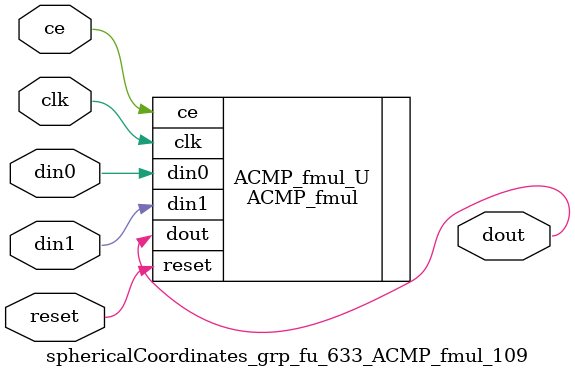
<source format=v>

`timescale 1 ns / 1 ps
module sphericalCoordinates_grp_fu_633_ACMP_fmul_109(
    clk,
    reset,
    ce,
    din0,
    din1,
    dout);

parameter ID = 32'd1;
parameter NUM_STAGE = 32'd1;
parameter din0_WIDTH = 32'd1;
parameter din1_WIDTH = 32'd1;
parameter dout_WIDTH = 32'd1;
input clk;
input reset;
input ce;
input[din0_WIDTH - 1:0] din0;
input[din1_WIDTH - 1:0] din1;
output[dout_WIDTH - 1:0] dout;



ACMP_fmul #(
.ID( ID ),
.NUM_STAGE( 4 ),
.din0_WIDTH( din0_WIDTH ),
.din1_WIDTH( din1_WIDTH ),
.dout_WIDTH( dout_WIDTH ))
ACMP_fmul_U(
    .clk( clk ),
    .reset( reset ),
    .ce( ce ),
    .din0( din0 ),
    .din1( din1 ),
    .dout( dout ));

endmodule

</source>
